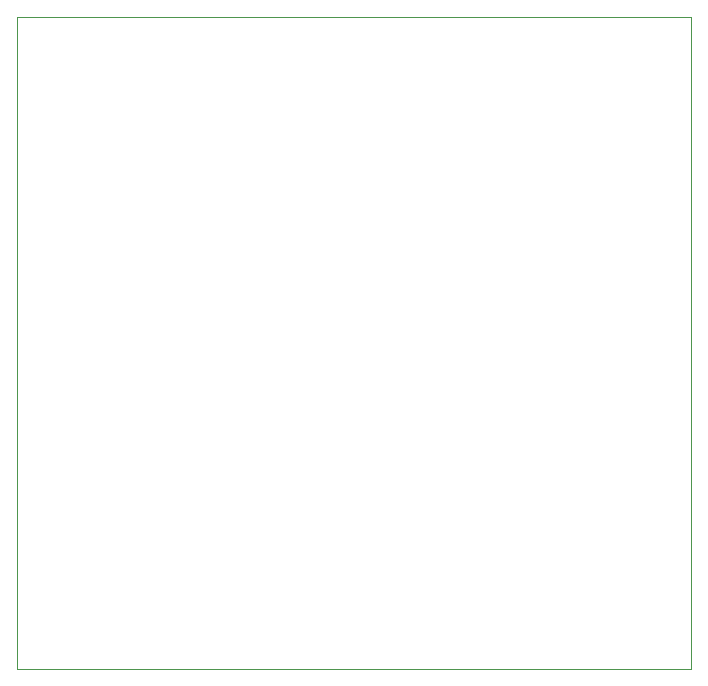
<source format=gbr>
%TF.GenerationSoftware,KiCad,Pcbnew,(6.0.1)*%
%TF.CreationDate,2022-07-20T21:55:55-07:00*%
%TF.ProjectId,LogicAnalyzer,4c6f6769-6341-46e6-916c-797a65722e6b,rev?*%
%TF.SameCoordinates,Original*%
%TF.FileFunction,Profile,NP*%
%FSLAX46Y46*%
G04 Gerber Fmt 4.6, Leading zero omitted, Abs format (unit mm)*
G04 Created by KiCad (PCBNEW (6.0.1)) date 2022-07-20 21:55:55*
%MOMM*%
%LPD*%
G01*
G04 APERTURE LIST*
%TA.AperFunction,Profile*%
%ADD10C,0.100000*%
%TD*%
G04 APERTURE END LIST*
D10*
X130000000Y-61600000D02*
X73000000Y-61600000D01*
X73000000Y-61600000D02*
X73000000Y-116800000D01*
X73000000Y-116800000D02*
X130000000Y-116800000D01*
X130000000Y-116800000D02*
X130000000Y-61600000D01*
M02*

</source>
